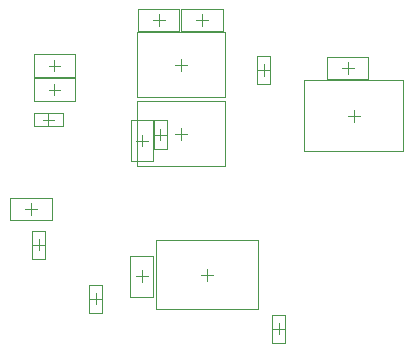
<source format=gbr>
G04 Layer_Color=32768*
%FSLAX45Y45*%
%MOMM*%
%TF.FileFunction,Other,Mechanical_15*%
%TF.Part,Single*%
G01*
G75*
%TA.AperFunction,NonConductor*%
%ADD34C,0.10000*%
D34*
X-1105997Y1753398D02*
Y1853397D01*
X-1156000Y1803400D02*
X-1056000D01*
X-1480998Y1528399D02*
X-730997D01*
X-1480998Y2078401D02*
X-730997D01*
X-1480998Y1528399D02*
Y2078401D01*
X-730997Y1528399D02*
Y2078401D01*
X776402Y1071601D02*
Y1671599D01*
X-63597Y1071601D02*
Y1671599D01*
X776402D01*
X-63597Y1071601D02*
X776402D01*
X306400Y1371600D02*
X406400D01*
X356403Y1321603D02*
Y1421602D01*
X-326898Y-431800D02*
X-231902D01*
X-279400Y-479298D02*
Y-384302D01*
X-224399Y-551800D02*
Y-311800D01*
X-334401Y-551800D02*
Y-311800D01*
X-224399D01*
X-334401Y-551800D02*
X-224399D01*
X-1105997Y1169203D02*
Y1269202D01*
X-1156000Y1219200D02*
X-1056000D01*
X-1480998Y944199D02*
X-730997D01*
X-1480998Y1494201D02*
X-730997D01*
X-1480998Y944199D02*
Y1494201D01*
X-730997Y944199D02*
Y1494201D01*
X-1486098Y1162502D02*
X-1386098D01*
X-1436096Y1112500D02*
Y1212499D01*
X-1531097Y987501D02*
Y1337503D01*
X-1341095Y987501D02*
Y1337503D01*
X-1531097Y987501D02*
X-1341095D01*
X-1531097Y1337503D02*
X-1341095D01*
X-1331199Y1213302D02*
X-1236198D01*
X-1283696Y1165804D02*
Y1260800D01*
X-1228700Y1093302D02*
Y1333302D01*
X-1338697Y1093302D02*
Y1333302D01*
X-1228700D01*
X-1338697Y1093302D02*
X-1228700D01*
X-2376002Y534198D02*
Y634197D01*
X-2426000Y584200D02*
X-2326000D01*
X-2550998Y489199D02*
X-2201001D01*
X-2550998Y679201D02*
X-2201001D01*
X-2550998Y489199D02*
Y679201D01*
X-2201001Y489199D02*
Y679201D01*
X-939002Y25400D02*
X-839003D01*
X-889000Y-24602D02*
Y75397D01*
X-457200Y-266700D02*
Y317500D01*
X-1320800Y-266700D02*
Y317500D01*
Y-266700D02*
X-457200D01*
X-1320800Y317500D02*
X-457200D01*
X304805Y1727998D02*
Y1827997D01*
X254803Y1778000D02*
X354802D01*
X129804Y1873001D02*
X479801D01*
X129804Y1682999D02*
X479801D01*
Y1873001D01*
X129804Y1682999D02*
Y1873001D01*
X-928202Y2134403D02*
Y2234402D01*
X-978200Y2184400D02*
X-878200D01*
X-1103198Y2089399D02*
X-753201D01*
X-1103198Y2279401D02*
X-753201D01*
X-1103198Y2089399D02*
Y2279401D01*
X-753201Y2089399D02*
Y2279401D01*
X-1295400Y2134398D02*
Y2234397D01*
X-1345397Y2184400D02*
X-1245398D01*
X-1470401Y2279401D02*
X-1120399D01*
X-1470401Y2089399D02*
X-1120399D01*
Y2279401D01*
X-1470401Y2089399D02*
Y2279401D01*
X-1490182Y12700D02*
X-1390183D01*
X-1440180Y-37297D02*
Y62702D01*
X-1345179Y-162296D02*
Y187701D01*
X-1535181Y-162296D02*
Y187701D01*
Y-162296D02*
X-1345179D01*
X-1535181Y187701D02*
X-1345179D01*
X-1883801Y-297795D02*
X-1773799D01*
X-1883801Y-57790D02*
X-1773799D01*
Y-297795D02*
Y-57790D01*
X-1883801Y-297795D02*
Y-57790D01*
X-1828800Y-225293D02*
Y-130292D01*
X-1876298Y-177790D02*
X-1781302D01*
X-461401Y1878802D02*
X-351399D01*
X-461401Y1638798D02*
X-351399D01*
X-461401D02*
Y1878802D01*
X-351399Y1638798D02*
Y1878802D01*
X-406400Y1711300D02*
Y1806301D01*
X-453898Y1758798D02*
X-358902D01*
X-2366401Y159400D02*
X-2256399D01*
X-2366401Y399400D02*
X-2256399D01*
Y159400D02*
Y399400D01*
X-2366401Y159400D02*
Y399400D01*
X-2311400Y231902D02*
Y326898D01*
X-2358898Y279400D02*
X-2263902D01*
X-2349302Y1284996D02*
Y1394998D01*
X-2109302Y1284996D02*
Y1394998D01*
X-2349302Y1284996D02*
X-2109302D01*
X-2349302Y1394998D02*
X-2109302D01*
X-2276800Y1339997D02*
X-2181804D01*
X-2229302Y1292499D02*
Y1387495D01*
X-2003501Y1498996D02*
Y1688998D01*
X-2353503Y1498996D02*
Y1688998D01*
X-2003501D01*
X-2353503Y1498996D02*
X-2003501D01*
X-2228505Y1593997D02*
X-2128505D01*
X-2178502Y1544000D02*
Y1644000D01*
X-2003501Y1702196D02*
Y1892198D01*
X-2353503Y1702196D02*
Y1892198D01*
X-2003501D01*
X-2353503Y1702196D02*
X-2003501D01*
X-2228505Y1797197D02*
X-2128505D01*
X-2178502Y1747200D02*
Y1847200D01*
%TF.MD5,36607f35ccaa45b7fab5a7199e1bd855*%
M02*

</source>
